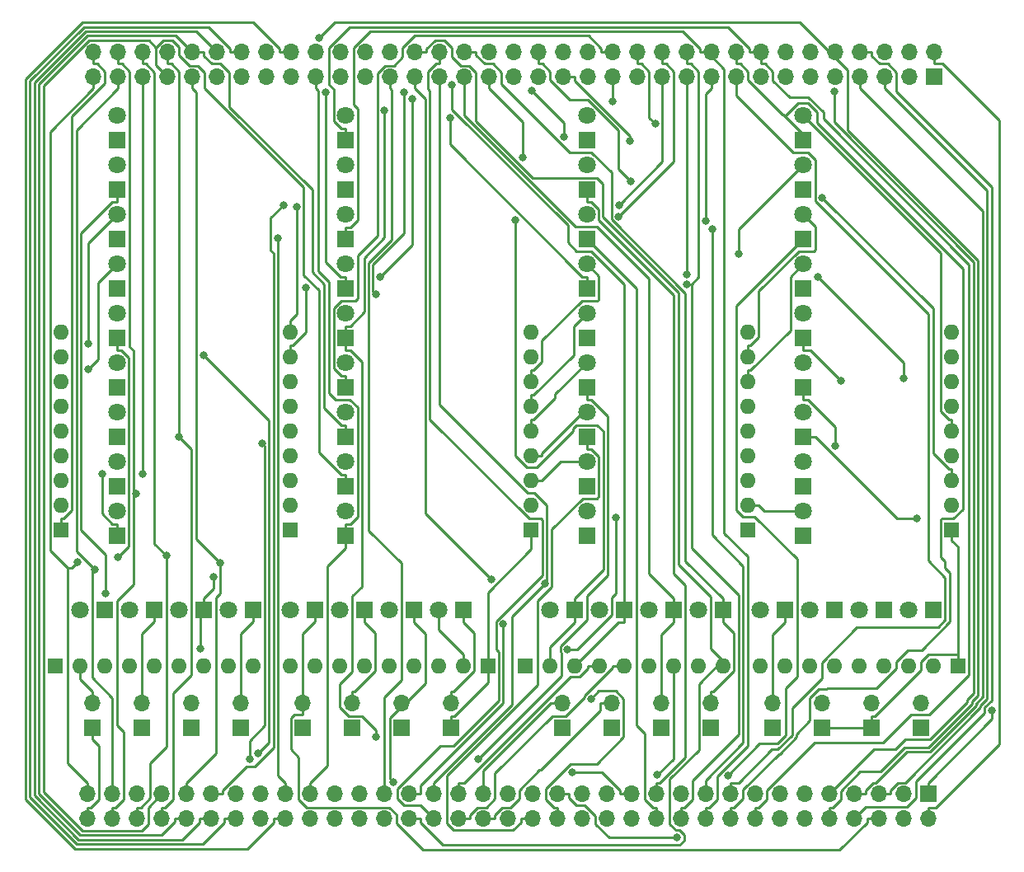
<source format=gbr>
G04 #@! TF.FileFunction,Copper,L2,Bot,Signal*
%FSLAX46Y46*%
G04 Gerber Fmt 4.6, Leading zero omitted, Abs format (unit mm)*
G04 Created by KiCad (PCBNEW (2016-09-07 BZR 7135, Git c8cf783)-product) date Wed Feb  8 14:06:02 2017*
%MOMM*%
%LPD*%
G01*
G04 APERTURE LIST*
%ADD10C,0.100000*%
%ADD11R,1.700000X1.700000*%
%ADD12O,1.700000X1.700000*%
%ADD13R,1.800000X1.800000*%
%ADD14C,1.800000*%
%ADD15R,1.600000X1.600000*%
%ADD16O,1.600000X1.600000*%
%ADD17C,0.800000*%
%ADD18C,0.250000*%
G04 APERTURE END LIST*
D10*
D11*
X155677000Y-154459000D03*
D12*
X155677000Y-156999000D03*
X153137000Y-154459000D03*
X153137000Y-156999000D03*
X150597000Y-154459000D03*
X150597000Y-156999000D03*
X148057000Y-154459000D03*
X148057000Y-156999000D03*
X145517000Y-154459000D03*
X145517000Y-156999000D03*
X142977000Y-154459000D03*
X142977000Y-156999000D03*
X140437000Y-154459000D03*
X140437000Y-156999000D03*
X137897000Y-154459000D03*
X137897000Y-156999000D03*
X135357000Y-154459000D03*
X135357000Y-156999000D03*
X132817000Y-154459000D03*
X132817000Y-156999000D03*
X130277000Y-154459000D03*
X130277000Y-156999000D03*
X127737000Y-154459000D03*
X127737000Y-156999000D03*
X125197000Y-154459000D03*
X125197000Y-156999000D03*
X122657000Y-154459000D03*
X122657000Y-156999000D03*
X120117000Y-154459000D03*
X120117000Y-156999000D03*
X117577000Y-154459000D03*
X117577000Y-156999000D03*
X115037000Y-154459000D03*
X115037000Y-156999000D03*
X112497000Y-154459000D03*
X112497000Y-156999000D03*
X109957000Y-154459000D03*
X109957000Y-156999000D03*
X107417000Y-154459000D03*
X107417000Y-156999000D03*
X104877000Y-154459000D03*
X104877000Y-156999000D03*
X102337000Y-154459000D03*
X102337000Y-156999000D03*
X99797000Y-154459000D03*
X99797000Y-156999000D03*
X97257000Y-154459000D03*
X97257000Y-156999000D03*
X94717000Y-154459000D03*
X94717000Y-156999000D03*
X92177000Y-154459000D03*
X92177000Y-156999000D03*
X89637000Y-154459000D03*
X89637000Y-156999000D03*
X87097000Y-154459000D03*
X87097000Y-156999000D03*
X84557000Y-154459000D03*
X84557000Y-156999000D03*
X82017000Y-154459000D03*
X82017000Y-156999000D03*
X79477000Y-154459000D03*
X79477000Y-156999000D03*
X76937000Y-154459000D03*
X76937000Y-156999000D03*
X74397000Y-154459000D03*
X74397000Y-156999000D03*
X71857000Y-154459000D03*
X71857000Y-156999000D03*
X69317000Y-154459000D03*
X69317000Y-156999000D03*
D13*
X72342900Y-92375400D03*
D14*
X72342900Y-89835400D03*
D13*
X72342900Y-97455400D03*
D14*
X72342900Y-94915400D03*
D13*
X72342900Y-102535000D03*
D14*
X72342900Y-99995000D03*
D13*
X72342900Y-107615000D03*
D14*
X72342900Y-105075000D03*
D13*
X72342900Y-112695000D03*
D14*
X72342900Y-110155000D03*
D13*
X72342900Y-117775000D03*
D14*
X72342900Y-115235000D03*
D13*
X72342900Y-122855000D03*
D14*
X72342900Y-120315000D03*
D13*
X72342900Y-127935000D03*
D14*
X72342900Y-125395000D03*
D13*
X95837900Y-92375400D03*
D14*
X95837900Y-89835400D03*
D13*
X95837900Y-97455400D03*
D14*
X95837900Y-94915400D03*
D13*
X95837900Y-102535000D03*
D14*
X95837900Y-99995000D03*
D13*
X95837900Y-107615000D03*
D14*
X95837900Y-105075000D03*
D13*
X95837900Y-112695000D03*
D14*
X95837900Y-110155000D03*
D13*
X95837900Y-117775000D03*
D14*
X95837900Y-115235000D03*
D13*
X95837900Y-122855000D03*
D14*
X95837900Y-120315000D03*
D13*
X95837900Y-127935000D03*
D14*
X95837900Y-125395000D03*
D13*
X120603000Y-92375400D03*
D14*
X120603000Y-89835400D03*
D13*
X120603000Y-97455400D03*
D14*
X120603000Y-94915400D03*
D13*
X120603000Y-102535000D03*
D14*
X120603000Y-99995000D03*
D13*
X120603000Y-107615000D03*
D14*
X120603000Y-105075000D03*
D13*
X120603000Y-112695000D03*
D14*
X120603000Y-110155000D03*
D13*
X120603000Y-117775000D03*
D14*
X120603000Y-115235000D03*
D13*
X120603000Y-122855000D03*
D14*
X120603000Y-120315000D03*
D13*
X120603000Y-127935000D03*
D14*
X120603000Y-125395000D03*
D13*
X142828000Y-92375400D03*
D14*
X142828000Y-89835400D03*
D13*
X142828000Y-97455400D03*
D14*
X142828000Y-94915400D03*
D13*
X142828000Y-102535000D03*
D14*
X142828000Y-99995000D03*
D13*
X142828000Y-107615000D03*
D14*
X142828000Y-105075000D03*
D13*
X142828000Y-112695000D03*
D14*
X142828000Y-110155000D03*
D13*
X142828000Y-117775000D03*
D14*
X142828000Y-115235000D03*
D13*
X142828000Y-122855000D03*
D14*
X142828000Y-120315000D03*
D13*
X142828000Y-127935000D03*
D14*
X142828000Y-125395000D03*
D13*
X142828000Y-87295400D03*
D14*
X142828000Y-84755400D03*
D13*
X120603000Y-87295400D03*
D14*
X120603000Y-84755400D03*
D13*
X95837900Y-87295400D03*
D14*
X95837900Y-84755400D03*
D13*
X72342900Y-87295400D03*
D14*
X72342900Y-84755400D03*
D13*
X119333000Y-135555000D03*
D14*
X116793000Y-135555000D03*
D13*
X124413000Y-135555000D03*
D14*
X121873000Y-135555000D03*
D13*
X129493000Y-135555000D03*
D14*
X126953000Y-135555000D03*
D13*
X134573000Y-135555000D03*
D14*
X132033000Y-135555000D03*
D13*
X140923000Y-135555000D03*
D14*
X138383000Y-135555000D03*
D13*
X146003000Y-135555000D03*
D14*
X143463000Y-135555000D03*
D13*
X151083000Y-135555000D03*
D14*
X148543000Y-135555000D03*
D13*
X156163000Y-135555000D03*
D14*
X153623000Y-135555000D03*
D13*
X71072900Y-135555000D03*
D14*
X68532900Y-135555000D03*
D13*
X76152900Y-135515000D03*
D14*
X73612900Y-135515000D03*
D13*
X81232900Y-135555000D03*
D14*
X78692900Y-135555000D03*
D13*
X86312900Y-135515000D03*
D14*
X83772900Y-135515000D03*
D13*
X92662900Y-135515000D03*
D14*
X90122900Y-135515000D03*
D13*
X97742900Y-135555000D03*
D14*
X95202900Y-135555000D03*
D13*
X102823000Y-135555000D03*
D14*
X100283000Y-135555000D03*
D13*
X107903000Y-135555000D03*
D14*
X105363000Y-135555000D03*
D11*
X154893000Y-147620000D03*
D12*
X154893000Y-145080000D03*
D11*
X106633000Y-147620000D03*
D12*
X106633000Y-145080000D03*
D11*
X149813000Y-147620000D03*
D12*
X149813000Y-145080000D03*
D11*
X101553000Y-147620000D03*
D12*
X101553000Y-145080000D03*
D11*
X144733000Y-147620000D03*
D12*
X144733000Y-145080000D03*
D11*
X96472900Y-147620000D03*
D12*
X96472900Y-145080000D03*
D11*
X139653000Y-147620000D03*
D12*
X139653000Y-145080000D03*
D11*
X91392900Y-147620000D03*
D12*
X91392900Y-145080000D03*
D11*
X133303000Y-147620000D03*
D12*
X133303000Y-145080000D03*
D11*
X85042900Y-147620000D03*
D12*
X85042900Y-145080000D03*
D11*
X128223000Y-147620000D03*
D12*
X128223000Y-145080000D03*
D11*
X79962900Y-147620000D03*
D12*
X79962900Y-145080000D03*
D11*
X123143000Y-147620000D03*
D12*
X123143000Y-145080000D03*
D11*
X74882900Y-147620000D03*
D12*
X74882900Y-145080000D03*
D11*
X118063000Y-147620000D03*
D12*
X118063000Y-145080000D03*
D11*
X69802900Y-147620000D03*
D12*
X69802900Y-145080000D03*
D15*
X66627900Y-127300000D03*
D16*
X66627900Y-124760000D03*
X66627900Y-122220000D03*
X66627900Y-119680000D03*
X66627900Y-117140000D03*
X66627900Y-114600000D03*
X66627900Y-112060000D03*
X66627900Y-109520000D03*
X66627900Y-106980000D03*
D15*
X90122900Y-127300000D03*
D16*
X90122900Y-124760000D03*
X90122900Y-122220000D03*
X90122900Y-119680000D03*
X90122900Y-117140000D03*
X90122900Y-114600000D03*
X90122900Y-112060000D03*
X90122900Y-109520000D03*
X90122900Y-106980000D03*
D15*
X114888000Y-127300000D03*
D16*
X114888000Y-124760000D03*
X114888000Y-122220000D03*
X114888000Y-119680000D03*
X114888000Y-117140000D03*
X114888000Y-114600000D03*
X114888000Y-112060000D03*
X114888000Y-109520000D03*
X114888000Y-106980000D03*
D15*
X137113000Y-127300000D03*
D16*
X137113000Y-124760000D03*
X137113000Y-122220000D03*
X137113000Y-119680000D03*
X137113000Y-117140000D03*
X137113000Y-114600000D03*
X137113000Y-112060000D03*
X137113000Y-109520000D03*
X137113000Y-106980000D03*
D15*
X158068000Y-127300000D03*
D16*
X158068000Y-124760000D03*
X158068000Y-122220000D03*
X158068000Y-119680000D03*
X158068000Y-117140000D03*
X158068000Y-114600000D03*
X158068000Y-112060000D03*
X158068000Y-109520000D03*
X158068000Y-106980000D03*
D15*
X114253000Y-141270000D03*
D16*
X116793000Y-141270000D03*
X119333000Y-141270000D03*
X121873000Y-141270000D03*
X124413000Y-141270000D03*
X126953000Y-141270000D03*
X129493000Y-141270000D03*
X132033000Y-141270000D03*
X134573000Y-141270000D03*
D15*
X65992900Y-141270000D03*
D16*
X68532900Y-141270000D03*
X71072900Y-141270000D03*
X73612900Y-141270000D03*
X76152900Y-141270000D03*
X78692900Y-141270000D03*
X81232900Y-141270000D03*
X83772900Y-141270000D03*
X86312900Y-141270000D03*
D15*
X158703000Y-141270000D03*
D16*
X156163000Y-141270000D03*
X153623000Y-141270000D03*
X151083000Y-141270000D03*
X148543000Y-141270000D03*
X146003000Y-141270000D03*
X143463000Y-141270000D03*
X140923000Y-141270000D03*
X138383000Y-141270000D03*
D15*
X110443000Y-141270000D03*
D16*
X107903000Y-141270000D03*
X105363000Y-141270000D03*
X102823000Y-141270000D03*
X100283000Y-141270000D03*
X97743000Y-141270000D03*
X95203000Y-141270000D03*
X92663000Y-141270000D03*
X90123000Y-141270000D03*
D11*
X156312000Y-80798600D03*
D12*
X156312000Y-78258600D03*
X153772000Y-80798600D03*
X153772000Y-78258600D03*
X151232000Y-80798600D03*
X151232000Y-78258600D03*
X148692000Y-80798600D03*
X148692000Y-78258600D03*
X146152000Y-80798600D03*
X146152000Y-78258600D03*
X143612000Y-80798600D03*
X143612000Y-78258600D03*
X141072000Y-80798600D03*
X141072000Y-78258600D03*
X138532000Y-80798600D03*
X138532000Y-78258600D03*
X135992000Y-80798600D03*
X135992000Y-78258600D03*
X133452000Y-80798600D03*
X133452000Y-78258600D03*
X130912000Y-80798600D03*
X130912000Y-78258600D03*
X128372000Y-80798600D03*
X128372000Y-78258600D03*
X125832000Y-80798600D03*
X125832000Y-78258600D03*
X123292000Y-80798600D03*
X123292000Y-78258600D03*
X120752000Y-80798600D03*
X120752000Y-78258600D03*
X118212000Y-80798600D03*
X118212000Y-78258600D03*
X115672000Y-80798600D03*
X115672000Y-78258600D03*
X113132000Y-80798600D03*
X113132000Y-78258600D03*
X110592000Y-80798600D03*
X110592000Y-78258600D03*
X108052000Y-80798600D03*
X108052000Y-78258600D03*
X105512000Y-80798600D03*
X105512000Y-78258600D03*
X102972000Y-80798600D03*
X102972000Y-78258600D03*
X100432000Y-80798600D03*
X100432000Y-78258600D03*
X97892000Y-80798600D03*
X97892000Y-78258600D03*
X95352000Y-80798600D03*
X95352000Y-78258600D03*
X92812000Y-80798600D03*
X92812000Y-78258600D03*
X90272000Y-80798600D03*
X90272000Y-78258600D03*
X87732000Y-80798600D03*
X87732000Y-78258600D03*
X85192000Y-80798600D03*
X85192000Y-78258600D03*
X82652000Y-80798600D03*
X82652000Y-78258600D03*
X80112000Y-80798600D03*
X80112000Y-78258600D03*
X77572000Y-80798600D03*
X77572000Y-78258600D03*
X75032000Y-80798600D03*
X75032000Y-78258600D03*
X72492000Y-80798600D03*
X72492000Y-78258600D03*
X69952000Y-80798600D03*
X69952000Y-78258600D03*
D17*
X162211300Y-145837900D03*
X82243800Y-132184400D03*
X80887400Y-139563900D03*
X100773800Y-153239400D03*
X145995500Y-82276200D03*
X93080500Y-76794500D03*
X93810300Y-82333600D03*
X132861100Y-95594800D03*
X133518200Y-96395100D03*
X130912000Y-101076900D03*
X70842000Y-121540400D03*
X130881300Y-102083100D03*
X123908600Y-93973500D03*
X123876600Y-95129900D03*
X71187200Y-133817800D03*
X119136000Y-152214300D03*
X135088000Y-152533400D03*
X127628700Y-85594500D03*
X98971200Y-148585200D03*
X123267800Y-83301200D03*
X99830700Y-84250000D03*
X87247600Y-118410000D03*
X85969900Y-150892800D03*
X72445600Y-130104000D03*
X102645800Y-83078700D03*
X99398100Y-101309600D03*
X81253500Y-109362300D03*
X86893800Y-150237600D03*
X101880000Y-82342700D03*
X98956300Y-103142600D03*
X154508200Y-126167300D03*
X129862200Y-158951800D03*
X125065300Y-87339600D03*
X123581600Y-126041100D03*
X118622100Y-139564800D03*
X121070600Y-144649800D03*
X114950400Y-82176800D03*
X118288300Y-86954300D03*
X109441700Y-150843900D03*
X125084200Y-91486800D03*
X114018300Y-89040900D03*
X113272700Y-95514300D03*
X106782100Y-81586700D03*
X116298400Y-132865000D03*
X127824600Y-152513600D03*
X110796700Y-132376900D03*
X112038800Y-137021200D03*
X88889200Y-97342700D03*
X106565500Y-85032300D03*
X89438000Y-93955100D03*
X82969100Y-130681600D03*
X146109700Y-118727700D03*
X78747300Y-117775000D03*
X75032000Y-121589100D03*
X77422900Y-129956200D03*
X70074400Y-131406900D03*
X146751800Y-112042600D03*
X74349700Y-123612800D03*
X68283100Y-130646900D03*
X69407400Y-108206200D03*
X69401300Y-110825400D03*
X90798200Y-94154200D03*
X91788000Y-102458000D03*
X136194400Y-98943200D03*
X153174000Y-111726500D03*
X144351100Y-101309600D03*
X144796500Y-93225400D03*
D18*
X162211300Y-146749400D02*
X155677000Y-153283700D01*
X162211300Y-145837900D02*
X162211300Y-146749400D01*
X155677000Y-154459000D02*
X155677000Y-153283700D01*
X68532900Y-142634700D02*
X69802900Y-143904700D01*
X68532900Y-141270000D02*
X68532900Y-142634700D01*
X69802900Y-145080000D02*
X69802900Y-143904700D01*
X156312000Y-78258600D02*
X156312000Y-79433900D01*
X155677000Y-156999000D02*
X155677000Y-155823700D01*
X157120000Y-79433900D02*
X156312000Y-79433900D01*
X162936600Y-85250500D02*
X157120000Y-79433900D01*
X162936600Y-149372100D02*
X162936600Y-85250500D01*
X156485000Y-155823700D02*
X162936600Y-149372100D01*
X155677000Y-155823700D02*
X156485000Y-155823700D01*
X74882900Y-138010300D02*
X76152900Y-136740300D01*
X74882900Y-145080000D02*
X74882900Y-138010300D01*
X76152900Y-135515000D02*
X76152900Y-136740300D01*
X82243800Y-133318800D02*
X82243800Y-132184400D01*
X81232900Y-134329700D02*
X82243800Y-133318800D01*
X81232900Y-135555000D02*
X81232900Y-134942300D01*
X81232900Y-134942300D02*
X81232900Y-134329700D01*
X80887400Y-135287800D02*
X80887400Y-139563900D01*
X81232900Y-134942300D02*
X80887400Y-135287800D01*
X151232000Y-80798600D02*
X151232000Y-81973900D01*
X150597000Y-154459000D02*
X151772300Y-154459000D01*
X85042900Y-138010300D02*
X86312900Y-136740300D01*
X85042900Y-145080000D02*
X85042900Y-138010300D01*
X86312900Y-135515000D02*
X86312900Y-136740300D01*
X151772300Y-154091600D02*
X151772300Y-154459000D01*
X152580200Y-153283700D02*
X151772300Y-154091600D01*
X153322000Y-153283700D02*
X152580200Y-153283700D01*
X161035700Y-145570000D02*
X153322000Y-153283700D01*
X161035700Y-145350900D02*
X161035700Y-145570000D01*
X161733100Y-144653500D02*
X161035700Y-145350900D01*
X161733100Y-92475000D02*
X161733100Y-144653500D01*
X151232000Y-81973900D02*
X161733100Y-92475000D01*
X92662900Y-135515000D02*
X92662900Y-136740300D01*
X150597000Y-156999000D02*
X149421700Y-156999000D01*
X91392900Y-138010300D02*
X92662900Y-136740300D01*
X91392900Y-145080000D02*
X91392900Y-138010300D01*
X149421700Y-157366300D02*
X149421700Y-156999000D01*
X146579500Y-160208500D02*
X149421700Y-157366300D01*
X103823100Y-160208500D02*
X146579500Y-160208500D01*
X101067000Y-157452400D02*
X103823100Y-160208500D01*
X101067000Y-156568000D02*
X101067000Y-157452400D01*
X100322600Y-155823600D02*
X101067000Y-156568000D01*
X91808100Y-155823600D02*
X100322600Y-155823600D01*
X91001600Y-155017100D02*
X91808100Y-155823600D01*
X91001600Y-150666200D02*
X91001600Y-155017100D01*
X90217500Y-149882100D02*
X91001600Y-150666200D01*
X90217500Y-146622700D02*
X90217500Y-149882100D01*
X90584900Y-146255300D02*
X90217500Y-146622700D01*
X91392900Y-146255300D02*
X90584900Y-146255300D01*
X91392900Y-145080000D02*
X91392900Y-146255300D01*
X96472900Y-145080000D02*
X96472900Y-143904700D01*
X98896200Y-137933600D02*
X97742900Y-136780300D01*
X98896200Y-141775200D02*
X98896200Y-137933600D01*
X96766700Y-143904700D02*
X98896200Y-141775200D01*
X96472900Y-143904700D02*
X96766700Y-143904700D01*
X97742900Y-135555000D02*
X97742900Y-136780300D01*
X148692000Y-80798600D02*
X148692000Y-81973900D01*
X148057000Y-154459000D02*
X149232300Y-154459000D01*
X149232300Y-154088600D02*
X149232300Y-154459000D01*
X150037200Y-153283700D02*
X149232300Y-154088600D01*
X150305600Y-153283700D02*
X150037200Y-153283700D01*
X153484200Y-150105100D02*
X150305600Y-153283700D01*
X155853800Y-150105100D02*
X153484200Y-150105100D01*
X160585400Y-145373500D02*
X155853800Y-150105100D01*
X160585400Y-145164300D02*
X160585400Y-145373500D01*
X161282700Y-144467000D02*
X160585400Y-145164300D01*
X161282700Y-94564600D02*
X161282700Y-144467000D01*
X148692000Y-81973900D02*
X161282700Y-94564600D01*
X148692000Y-78258600D02*
X149867300Y-78258600D01*
X149242800Y-155813200D02*
X148057000Y-156999000D01*
X153449700Y-155813200D02*
X149242800Y-155813200D01*
X154407000Y-154855900D02*
X153449700Y-155813200D01*
X154407000Y-153189000D02*
X154407000Y-154855900D01*
X161486000Y-146110000D02*
X154407000Y-153189000D01*
X161486000Y-145537500D02*
X161486000Y-146110000D01*
X162183500Y-144840000D02*
X161486000Y-145537500D01*
X162183500Y-92066900D02*
X162183500Y-144840000D01*
X152407400Y-82290800D02*
X162183500Y-92066900D01*
X152407400Y-80309200D02*
X152407400Y-82290800D01*
X151532100Y-79433900D02*
X152407400Y-80309200D01*
X150675200Y-79433900D02*
X151532100Y-79433900D01*
X149867300Y-78626000D02*
X150675200Y-79433900D01*
X149867300Y-78258600D02*
X149867300Y-78626000D01*
X100377600Y-152843200D02*
X100773800Y-153239400D01*
X100377600Y-146624500D02*
X100377600Y-152843200D01*
X101922100Y-145080000D02*
X100377600Y-146624500D01*
X102031800Y-145080000D02*
X101922100Y-145080000D01*
X101553000Y-145080000D02*
X102031800Y-145080000D01*
X104013600Y-137970900D02*
X102823000Y-136780300D01*
X104013600Y-143098200D02*
X104013600Y-137970900D01*
X102031800Y-145080000D02*
X104013600Y-143098200D01*
X102823000Y-135555000D02*
X102823000Y-136780300D01*
X109034400Y-137911700D02*
X107903000Y-136780300D01*
X109034400Y-141797100D02*
X109034400Y-137911700D01*
X106926800Y-143904700D02*
X109034400Y-141797100D01*
X106633000Y-143904700D02*
X106926800Y-143904700D01*
X106633000Y-145080000D02*
X106633000Y-143904700D01*
X107903000Y-135555000D02*
X107903000Y-136780300D01*
X150137100Y-149838900D02*
X145517000Y-154459000D01*
X152284500Y-149838900D02*
X150137100Y-149838900D01*
X153328000Y-148795400D02*
X152284500Y-149838900D01*
X155889600Y-148795400D02*
X153328000Y-148795400D01*
X159684800Y-145000200D02*
X155889600Y-148795400D01*
X159684800Y-144791100D02*
X159684800Y-145000200D01*
X160344300Y-144131600D02*
X159684800Y-144791100D01*
X160344300Y-99806100D02*
X160344300Y-144131600D01*
X145995500Y-85457300D02*
X160344300Y-99806100D01*
X145995500Y-82276200D02*
X145995500Y-85457300D01*
X146152000Y-78258600D02*
X145564400Y-78258600D01*
X145517000Y-156999000D02*
X145517000Y-155823700D01*
X95837900Y-102535000D02*
X95837900Y-101309700D01*
X145884400Y-155823700D02*
X145517000Y-155823700D01*
X146692300Y-155015800D02*
X145884400Y-155823700D01*
X146692300Y-154157300D02*
X146692300Y-155015800D01*
X148701400Y-152148200D02*
X146692300Y-154157300D01*
X150753800Y-152148200D02*
X148701400Y-152148200D01*
X153247300Y-149654700D02*
X150753800Y-152148200D01*
X155667200Y-149654700D02*
X153247300Y-149654700D01*
X160135100Y-145186800D02*
X155667200Y-149654700D01*
X160135100Y-144977700D02*
X160135100Y-145186800D01*
X160794700Y-144318100D02*
X160135100Y-144977700D01*
X160794700Y-99619600D02*
X160794700Y-144318100D01*
X147422000Y-86246900D02*
X160794700Y-99619600D01*
X147422000Y-80116200D02*
X147422000Y-86246900D01*
X145564400Y-78258600D02*
X147422000Y-80116200D01*
X93810300Y-99798500D02*
X93810300Y-82333600D01*
X95321500Y-101309700D02*
X93810300Y-99798500D01*
X95837900Y-101309700D02*
X95321500Y-101309700D01*
X94705300Y-75169700D02*
X93080500Y-76794500D01*
X142475500Y-75169700D02*
X94705300Y-75169700D01*
X145564400Y-78258600D02*
X142475500Y-75169700D01*
X137897000Y-156999000D02*
X137897000Y-155823700D01*
X138532000Y-78846200D02*
X138532000Y-79433900D01*
X138532000Y-78846200D02*
X138532000Y-78258600D01*
X138532000Y-78258600D02*
X137356700Y-78258600D01*
X95837900Y-87295400D02*
X95837900Y-86070100D01*
X95378300Y-86070100D02*
X95837900Y-86070100D01*
X94612600Y-85304400D02*
X95378300Y-86070100D01*
X94612600Y-82055900D02*
X94612600Y-85304400D01*
X94139400Y-81582700D02*
X94612600Y-82055900D01*
X94139400Y-77791000D02*
X94139400Y-81582700D01*
X96288800Y-75641600D02*
X94139400Y-77791000D01*
X135107000Y-75641600D02*
X96288800Y-75641600D01*
X137356700Y-77891300D02*
X135107000Y-75641600D01*
X137356700Y-78258600D02*
X137356700Y-77891300D01*
X138899400Y-79433900D02*
X138532000Y-79433900D01*
X139707300Y-80241800D02*
X138899400Y-79433900D01*
X139707300Y-81153500D02*
X139707300Y-80241800D01*
X141437800Y-82884000D02*
X139707300Y-81153500D01*
X143364600Y-82884000D02*
X141437800Y-82884000D01*
X144912900Y-84432300D02*
X143364600Y-82884000D01*
X144912900Y-85069300D02*
X144912900Y-84432300D01*
X159871400Y-100027800D02*
X144912900Y-85069300D01*
X159871400Y-142191600D02*
X159871400Y-100027800D01*
X155753000Y-146310000D02*
X159871400Y-142191600D01*
X153906800Y-146310000D02*
X155753000Y-146310000D01*
X151053500Y-149163300D02*
X153906800Y-146310000D01*
X144022800Y-149163300D02*
X151053500Y-149163300D01*
X139072300Y-154113800D02*
X144022800Y-149163300D01*
X139072300Y-155015800D02*
X139072300Y-154113800D01*
X138264400Y-155823700D02*
X139072300Y-155015800D01*
X137897000Y-155823700D02*
X138264400Y-155823700D01*
X135357000Y-154459000D02*
X135357000Y-153283700D01*
X136175800Y-153283700D02*
X135357000Y-153283700D01*
X139584800Y-149874700D02*
X136175800Y-153283700D01*
X140221700Y-149874700D02*
X139584800Y-149874700D01*
X141688400Y-148408000D02*
X140221700Y-149874700D01*
X141688400Y-145648800D02*
X141688400Y-148408000D01*
X144733000Y-142604200D02*
X141688400Y-145648800D01*
X144733000Y-140945200D02*
X144733000Y-142604200D01*
X148362800Y-137315400D02*
X144733000Y-140945200D01*
X156677300Y-137315400D02*
X148362800Y-137315400D01*
X157405000Y-136587700D02*
X156677300Y-137315400D01*
X157405000Y-132221300D02*
X157405000Y-136587700D01*
X155683900Y-130500200D02*
X157405000Y-132221300D01*
X155683900Y-105138500D02*
X155683900Y-130500200D01*
X144071200Y-93525800D02*
X155683900Y-105138500D01*
X144071200Y-89297200D02*
X144071200Y-93525800D01*
X143319000Y-88545000D02*
X144071200Y-89297200D01*
X141809600Y-88545000D02*
X143319000Y-88545000D01*
X135992000Y-82727400D02*
X141809600Y-88545000D01*
X135992000Y-80798600D02*
X135992000Y-82727400D01*
X142828000Y-87295400D02*
X142828000Y-86682700D01*
X135992000Y-78258600D02*
X135992000Y-79433900D01*
X140787500Y-84642200D02*
X140963100Y-84817700D01*
X140692000Y-84642200D02*
X140787500Y-84642200D01*
X137167300Y-81117500D02*
X140692000Y-84642200D01*
X137167300Y-80241800D02*
X137167300Y-81117500D01*
X136359400Y-79433900D02*
X137167300Y-80241800D01*
X135992000Y-79433900D02*
X136359400Y-79433900D01*
X140963100Y-84817700D02*
X142828000Y-86682700D01*
X135357000Y-156999000D02*
X135357000Y-155823700D01*
X142285500Y-83495300D02*
X140963100Y-84817700D01*
X143339000Y-83495300D02*
X142285500Y-83495300D01*
X144229700Y-84386000D02*
X143339000Y-83495300D01*
X144229700Y-85520200D02*
X144229700Y-84386000D01*
X159203800Y-100494300D02*
X144229700Y-85520200D01*
X159203800Y-125233300D02*
X159203800Y-100494300D01*
X158262500Y-126174600D02*
X159203800Y-125233300D01*
X157065600Y-126174600D02*
X158262500Y-126174600D01*
X156942600Y-126297600D02*
X157065600Y-126174600D01*
X156942600Y-130105700D02*
X156942600Y-126297600D01*
X157392900Y-130556000D02*
X156942600Y-130105700D01*
X157392900Y-131192800D02*
X157392900Y-130556000D01*
X157909700Y-131709600D02*
X157392900Y-131192800D01*
X157909700Y-136763700D02*
X157909700Y-131709600D01*
X154979100Y-139694300D02*
X157909700Y-136763700D01*
X153535100Y-139694300D02*
X154979100Y-139694300D01*
X152353000Y-140876400D02*
X153535100Y-139694300D01*
X152353000Y-141596300D02*
X152353000Y-140876400D01*
X150389000Y-143560300D02*
X152353000Y-141596300D01*
X145358700Y-143560300D02*
X150389000Y-143560300D01*
X145226000Y-143693000D02*
X145358700Y-143560300D01*
X144424400Y-143693000D02*
X145226000Y-143693000D01*
X143538000Y-144579400D02*
X144424400Y-143693000D01*
X143538000Y-146907500D02*
X143538000Y-144579400D01*
X142138800Y-148306700D02*
X143538000Y-146907500D01*
X142138800Y-148594500D02*
X142138800Y-148306700D01*
X140408300Y-150325000D02*
X142138800Y-148594500D01*
X140336400Y-150325000D02*
X140408300Y-150325000D01*
X136627000Y-154034400D02*
X140336400Y-150325000D01*
X136627000Y-154921000D02*
X136627000Y-154034400D01*
X135724300Y-155823700D02*
X136627000Y-154921000D01*
X135357000Y-155823700D02*
X135724300Y-155823700D01*
X133452000Y-80798600D02*
X133452000Y-81973900D01*
X132861100Y-82564800D02*
X132861100Y-95594800D01*
X133452000Y-81973900D02*
X132861100Y-82564800D01*
X133518200Y-127876200D02*
X133518200Y-96395100D01*
X136664700Y-131022700D02*
X133518200Y-127876200D01*
X136664700Y-149211100D02*
X136664700Y-131022700D01*
X132817000Y-153058800D02*
X136664700Y-149211100D01*
X132817000Y-154459000D02*
X132817000Y-153058800D01*
X96297500Y-96230100D02*
X95837900Y-96230100D01*
X97063200Y-95464400D02*
X96297500Y-96230100D01*
X97063200Y-84072800D02*
X97063200Y-95464400D01*
X96669200Y-83678800D02*
X97063200Y-84072800D01*
X96669200Y-77816300D02*
X96669200Y-83678800D01*
X98384100Y-76101400D02*
X96669200Y-77816300D01*
X130486800Y-76101400D02*
X98384100Y-76101400D01*
X132276700Y-77891300D02*
X130486800Y-76101400D01*
X132276700Y-78258600D02*
X132276700Y-77891300D01*
X95837900Y-97455400D02*
X95837900Y-96230100D01*
X133452000Y-78258600D02*
X132977000Y-78258600D01*
X132977000Y-78258600D02*
X132276700Y-78258600D01*
X132817000Y-156999000D02*
X132817000Y-155823700D01*
X133184400Y-155823700D02*
X132817000Y-155823700D01*
X133992300Y-155015800D02*
X133184400Y-155823700D01*
X133992300Y-152603400D02*
X133992300Y-155015800D01*
X137115100Y-149480600D02*
X133992300Y-152603400D01*
X137115100Y-130035400D02*
X137115100Y-149480600D01*
X134716300Y-127636600D02*
X137115100Y-130035400D01*
X134716300Y-79997900D02*
X134716300Y-127636600D01*
X132977000Y-78258600D02*
X134716300Y-79997900D01*
X72342900Y-127935000D02*
X72342900Y-126709700D01*
X130912000Y-80798600D02*
X130912000Y-81973900D01*
X70842000Y-125668300D02*
X70842000Y-121540400D01*
X71883400Y-126709700D02*
X70842000Y-125668300D01*
X72342900Y-126709700D02*
X71883400Y-126709700D01*
X130912000Y-81973900D02*
X130912000Y-101076900D01*
X130912000Y-78258600D02*
X130912000Y-79433900D01*
X130277000Y-156999000D02*
X130277000Y-155823700D01*
X131372600Y-102083100D02*
X130881300Y-102083100D01*
X131372600Y-129152000D02*
X131372600Y-102083100D01*
X136214300Y-133993700D02*
X131372600Y-129152000D01*
X136214300Y-148337700D02*
X136214300Y-133993700D01*
X131452300Y-153099700D02*
X136214300Y-148337700D01*
X131452300Y-155015800D02*
X131452300Y-153099700D01*
X130644400Y-155823700D02*
X131452300Y-155015800D01*
X130277000Y-155823700D02*
X130644400Y-155823700D01*
X131279300Y-79433900D02*
X130912000Y-79433900D01*
X132087400Y-80242000D02*
X131279300Y-79433900D01*
X132087400Y-101368300D02*
X132087400Y-80242000D01*
X131372600Y-102083100D02*
X132087400Y-101368300D01*
X120603000Y-92375400D02*
X120603000Y-93600700D01*
X127737000Y-154459000D02*
X127737000Y-153283700D01*
X128372000Y-80798600D02*
X128372000Y-81973900D01*
X128372000Y-89510100D02*
X128372000Y-81973900D01*
X123908600Y-93973500D02*
X128372000Y-89510100D01*
X128104300Y-153283700D02*
X127737000Y-153283700D01*
X130718400Y-150669600D02*
X128104300Y-153283700D01*
X130718400Y-133012200D02*
X130718400Y-150669600D01*
X129510900Y-131804700D02*
X130718400Y-133012200D01*
X129510900Y-103194500D02*
X129510900Y-131804700D01*
X121828300Y-95511900D02*
X129510900Y-103194500D01*
X121828300Y-94366400D02*
X121828300Y-95511900D01*
X121062600Y-93600700D02*
X121828300Y-94366400D01*
X120603000Y-93600700D02*
X121062600Y-93600700D01*
X127369600Y-155823700D02*
X127737000Y-155823700D01*
X126561700Y-155015800D02*
X127369600Y-155823700D01*
X126561700Y-148252900D02*
X126561700Y-155015800D01*
X125682900Y-147374100D02*
X126561700Y-148252900D01*
X125682900Y-102535300D02*
X125682900Y-147374100D01*
X120603000Y-97455400D02*
X125682900Y-102535300D01*
X127737000Y-156999000D02*
X127737000Y-155823700D01*
X129563900Y-89442600D02*
X123876600Y-95129900D01*
X129563900Y-80258500D02*
X129563900Y-89442600D01*
X128739300Y-79433900D02*
X129563900Y-80258500D01*
X128372000Y-79433900D02*
X128739300Y-79433900D01*
X128372000Y-78258600D02*
X128372000Y-79433900D01*
X125197000Y-154459000D02*
X124021700Y-154459000D01*
X72342900Y-92375400D02*
X72342900Y-93600700D01*
X71187200Y-129871400D02*
X71187200Y-133817800D01*
X68675900Y-127360100D02*
X71187200Y-129871400D01*
X68675900Y-96808200D02*
X68675900Y-127360100D01*
X71883400Y-93600700D02*
X68675900Y-96808200D01*
X72342900Y-93600700D02*
X71883400Y-93600700D01*
X122144300Y-152214300D02*
X119136000Y-152214300D01*
X124021700Y-154091700D02*
X122144300Y-152214300D01*
X124021700Y-154459000D02*
X124021700Y-154091700D01*
X138356300Y-149265100D02*
X135088000Y-152533400D01*
X140194400Y-149265100D02*
X138356300Y-149265100D01*
X141013100Y-148446400D02*
X140194400Y-149265100D01*
X141013100Y-143575300D02*
X141013100Y-148446400D01*
X142193000Y-142395400D02*
X141013100Y-143575300D01*
X142193000Y-130307100D02*
X142193000Y-142395400D01*
X137821400Y-125935500D02*
X142193000Y-130307100D01*
X136633000Y-125935500D02*
X137821400Y-125935500D01*
X135986600Y-125289100D02*
X136633000Y-125935500D01*
X135986600Y-104296800D02*
X135986600Y-125289100D01*
X142828000Y-97455400D02*
X135986600Y-104296800D01*
X127007300Y-84973100D02*
X127628700Y-85594500D01*
X127007300Y-80241800D02*
X127007300Y-84973100D01*
X126199400Y-79433900D02*
X127007300Y-80241800D01*
X125832000Y-79433900D02*
X126199400Y-79433900D01*
X125832000Y-78258600D02*
X125832000Y-79433900D01*
X95837900Y-107615000D02*
X95837900Y-108840300D01*
X98971200Y-147869700D02*
X98971200Y-148585200D01*
X97546100Y-146444600D02*
X98971200Y-147869700D01*
X96169700Y-146444600D02*
X97546100Y-146444600D01*
X95247200Y-145522100D02*
X96169700Y-146444600D01*
X95247200Y-143153000D02*
X95247200Y-145522100D01*
X96517500Y-141882700D02*
X95247200Y-143153000D01*
X96517500Y-134137500D02*
X96517500Y-141882700D01*
X97518700Y-133136300D02*
X96517500Y-134137500D01*
X97518700Y-110061600D02*
X97518700Y-133136300D01*
X96297400Y-108840300D02*
X97518700Y-110061600D01*
X95837900Y-108840300D02*
X96297400Y-108840300D01*
X123267800Y-81998100D02*
X123267800Y-83301200D01*
X123292000Y-81973900D02*
X123267800Y-81998100D01*
X123292000Y-80798600D02*
X123292000Y-81973900D01*
X95837900Y-107615000D02*
X95837900Y-106389700D01*
X96297400Y-106389700D02*
X95837900Y-106389700D01*
X97753000Y-104934100D02*
X96297400Y-106389700D01*
X97753000Y-99363500D02*
X97753000Y-104934100D01*
X99830700Y-97285800D02*
X97753000Y-99363500D01*
X99830700Y-84250000D02*
X99830700Y-97285800D01*
X87538300Y-118700700D02*
X87247600Y-118410000D01*
X87538300Y-147425500D02*
X87538300Y-118700700D01*
X85969900Y-148993900D02*
X87538300Y-147425500D01*
X85969900Y-150892800D02*
X85969900Y-148993900D01*
X123292000Y-78258600D02*
X122116700Y-78258600D01*
X95837900Y-112695000D02*
X95837900Y-111469700D01*
X95378300Y-111469700D02*
X95837900Y-111469700D01*
X94612600Y-110704000D02*
X95378300Y-111469700D01*
X94612600Y-104563600D02*
X94612600Y-110704000D01*
X95415800Y-103760400D02*
X94612600Y-104563600D01*
X96872600Y-103760400D02*
X95415800Y-103760400D01*
X97063200Y-103569800D02*
X96872600Y-103760400D01*
X97063200Y-99129700D02*
X97063200Y-103569800D01*
X99105400Y-97087500D02*
X97063200Y-99129700D01*
X99105400Y-80424200D02*
X99105400Y-97087500D01*
X99906400Y-79623200D02*
X99105400Y-80424200D01*
X100802700Y-79623200D02*
X99906400Y-79623200D01*
X101702000Y-78723900D02*
X100802700Y-79623200D01*
X101702000Y-77815100D02*
X101702000Y-78723900D01*
X102952500Y-76564600D02*
X101702000Y-77815100D01*
X120790000Y-76564600D02*
X102952500Y-76564600D01*
X122116700Y-77891300D02*
X120790000Y-76564600D01*
X122116700Y-78258600D02*
X122116700Y-77891300D01*
X72342900Y-107615000D02*
X72342900Y-108840300D01*
X73568300Y-128981300D02*
X72445600Y-130104000D01*
X73568300Y-109595500D02*
X73568300Y-128981300D01*
X72813100Y-108840300D02*
X73568300Y-109595500D01*
X72342900Y-108840300D02*
X72813100Y-108840300D01*
X102645800Y-98061900D02*
X102645800Y-83078700D01*
X99398100Y-101309600D02*
X102645800Y-98061900D01*
X87988600Y-149142800D02*
X86893800Y-150237600D01*
X87988600Y-116097400D02*
X87988600Y-149142800D01*
X81253500Y-109362300D02*
X87988600Y-116097400D01*
X101880000Y-96828600D02*
X101880000Y-82342700D01*
X98653700Y-100054900D02*
X101880000Y-96828600D01*
X98653700Y-102840000D02*
X98653700Y-100054900D01*
X98956300Y-103142600D02*
X98653700Y-102840000D01*
X152445600Y-126167300D02*
X154508200Y-126167300D01*
X144053300Y-117775000D02*
X152445600Y-126167300D01*
X117577000Y-154459000D02*
X118752300Y-154459000D01*
X142828000Y-117775000D02*
X144053300Y-117775000D01*
X118212000Y-80798600D02*
X119387300Y-80798600D01*
X125065300Y-86841900D02*
X125065300Y-87339600D01*
X119387300Y-81163900D02*
X125065300Y-86841900D01*
X119387300Y-80798600D02*
X119387300Y-81163900D01*
X122915700Y-158951800D02*
X129862200Y-158951800D01*
X121481600Y-157517700D02*
X122915700Y-158951800D01*
X121481600Y-156699400D02*
X121481600Y-157517700D01*
X120416500Y-155634300D02*
X121481600Y-156699400D01*
X119560200Y-155634300D02*
X120416500Y-155634300D01*
X118752300Y-154826400D02*
X119560200Y-155634300D01*
X118752300Y-154459000D02*
X118752300Y-154826400D01*
X119662000Y-139564800D02*
X118622100Y-139564800D01*
X123143000Y-136083800D02*
X119662000Y-139564800D01*
X123143000Y-134280600D02*
X123143000Y-136083800D01*
X123581600Y-133842000D02*
X123143000Y-134280600D01*
X123581600Y-126041100D02*
X123581600Y-133842000D01*
X117209600Y-155823700D02*
X117577000Y-155823700D01*
X116401700Y-155015800D02*
X117209600Y-155823700D01*
X116401700Y-153898100D02*
X116401700Y-155015800D01*
X118965100Y-151334700D02*
X116401700Y-153898100D01*
X121615300Y-151334700D02*
X118965100Y-151334700D01*
X124384300Y-148565700D02*
X121615300Y-151334700D01*
X124384300Y-144648400D02*
X124384300Y-148565700D01*
X123617000Y-143881100D02*
X124384300Y-144648400D01*
X121839300Y-143881100D02*
X123617000Y-143881100D01*
X121070600Y-144649800D02*
X121839300Y-143881100D01*
X117577000Y-156999000D02*
X117577000Y-155823700D01*
X118288300Y-85514700D02*
X114950400Y-82176800D01*
X118288300Y-86954300D02*
X118288300Y-85514700D01*
X120603000Y-112695000D02*
X120603000Y-113920300D01*
X117974500Y-142311100D02*
X109441700Y-150843900D01*
X117974500Y-139942900D02*
X117974500Y-142311100D01*
X117896800Y-139865200D02*
X117974500Y-139942900D01*
X117896800Y-139264400D02*
X117896800Y-139865200D01*
X120642900Y-136518300D02*
X117896800Y-139264400D01*
X120642900Y-134129100D02*
X120642900Y-136518300D01*
X122750200Y-132021800D02*
X120642900Y-134129100D01*
X122750200Y-115608000D02*
X122750200Y-132021800D01*
X121062500Y-113920300D02*
X122750200Y-115608000D01*
X120603000Y-113920300D02*
X121062500Y-113920300D01*
X115672000Y-78258600D02*
X115672000Y-79433900D01*
X113861700Y-157366400D02*
X113861700Y-156999000D01*
X113053800Y-158174300D02*
X113861700Y-157366400D01*
X106913500Y-158174300D02*
X113053800Y-158174300D01*
X106228300Y-157489100D02*
X106913500Y-158174300D01*
X106228300Y-152569300D02*
X106228300Y-157489100D01*
X115567600Y-143230000D02*
X106228300Y-152569300D01*
X115567600Y-134640000D02*
X115567600Y-143230000D01*
X117024700Y-133182900D02*
X115567600Y-134640000D01*
X117024700Y-127236600D02*
X117024700Y-133182900D01*
X120180900Y-124080400D02*
X117024700Y-127236600D01*
X121637700Y-124080400D02*
X120180900Y-124080400D01*
X121828400Y-123889700D02*
X121637700Y-124080400D01*
X121828400Y-119766200D02*
X121828400Y-123889700D01*
X121062500Y-119000300D02*
X121828400Y-119766200D01*
X120603000Y-119000300D02*
X121062500Y-119000300D01*
X120603000Y-117775000D02*
X120603000Y-119000300D01*
X115037000Y-156999000D02*
X113861700Y-156999000D01*
X123822000Y-90224600D02*
X125084200Y-91486800D01*
X123822000Y-86235600D02*
X123822000Y-90224600D01*
X120706700Y-83120300D02*
X123822000Y-86235600D01*
X118823900Y-83120300D02*
X120706700Y-83120300D01*
X116847300Y-81143700D02*
X118823900Y-83120300D01*
X116847300Y-80241800D02*
X116847300Y-81143700D01*
X116039400Y-79433900D02*
X116847300Y-80241800D01*
X115672000Y-79433900D02*
X116039400Y-79433900D01*
X119333000Y-135555000D02*
X119333000Y-136780300D01*
X116793000Y-139320300D02*
X116793000Y-141270000D01*
X119333000Y-136780300D02*
X116793000Y-139320300D01*
X118063000Y-145080000D02*
X116887700Y-145080000D01*
X109957000Y-154459000D02*
X109957000Y-153283700D01*
X119333000Y-135555000D02*
X119333000Y-134329700D01*
X110592000Y-80798600D02*
X110592000Y-81973900D01*
X109957000Y-152010700D02*
X116887700Y-145080000D01*
X109957000Y-153283700D02*
X109957000Y-152010700D01*
X114018300Y-85400200D02*
X114018300Y-89040900D01*
X110592000Y-81973900D02*
X114018300Y-85400200D01*
X122299800Y-131362900D02*
X119333000Y-134329700D01*
X122299800Y-117211600D02*
X122299800Y-131362900D01*
X121637800Y-116549600D02*
X122299800Y-117211600D01*
X119551200Y-116549600D02*
X121637800Y-116549600D01*
X119188300Y-116912500D02*
X119551200Y-116549600D01*
X119188300Y-117141900D02*
X119188300Y-116912500D01*
X115476600Y-120853600D02*
X119188300Y-117141900D01*
X114430900Y-120853600D02*
X115476600Y-120853600D01*
X113272700Y-119695400D02*
X114430900Y-120853600D01*
X113272700Y-95514300D02*
X113272700Y-119695400D01*
X123822700Y-136780300D02*
X124413000Y-136780300D01*
X119333000Y-141270000D02*
X123822700Y-136780300D01*
X124413000Y-135555000D02*
X124413000Y-136780300D01*
X106782100Y-84140900D02*
X106782100Y-81586700D01*
X118649600Y-96008400D02*
X106782100Y-84140900D01*
X118649600Y-97807400D02*
X118649600Y-96008400D01*
X119523000Y-98680800D02*
X118649600Y-97807400D01*
X121033400Y-98680800D02*
X119523000Y-98680800D01*
X124413000Y-102060400D02*
X121033400Y-98680800D01*
X124413000Y-135555000D02*
X124413000Y-102060400D01*
X111132300Y-156631600D02*
X111132300Y-156999000D01*
X111940200Y-155823700D02*
X111132300Y-156631600D01*
X112797100Y-155823700D02*
X111940200Y-155823700D01*
X113672400Y-154948400D02*
X112797100Y-155823700D01*
X113672400Y-154090500D02*
X113672400Y-154948400D01*
X115760200Y-152002700D02*
X113672400Y-154090500D01*
X115875200Y-152002700D02*
X115760200Y-152002700D01*
X121967700Y-145910200D02*
X115875200Y-152002700D01*
X121967700Y-145080000D02*
X121967700Y-145910200D01*
X123143000Y-145080000D02*
X121967700Y-145080000D01*
X109957000Y-156999000D02*
X111132300Y-156999000D01*
X129493000Y-135555000D02*
X129493000Y-134329700D01*
X128223000Y-138050300D02*
X129493000Y-136780300D01*
X128223000Y-145080000D02*
X128223000Y-138050300D01*
X129493000Y-135555000D02*
X129493000Y-136780300D01*
X108052000Y-84773900D02*
X108052000Y-80798600D01*
X119480000Y-96201900D02*
X108052000Y-84773900D01*
X121660800Y-96201900D02*
X119480000Y-96201900D01*
X126949200Y-101490300D02*
X121660800Y-96201900D01*
X126949200Y-131785900D02*
X126949200Y-101490300D01*
X129493000Y-134329700D02*
X126949200Y-131785900D01*
X108047100Y-153283700D02*
X107417000Y-153283700D01*
X118935500Y-142395300D02*
X108047100Y-153283700D01*
X119903800Y-142395300D02*
X118935500Y-142395300D01*
X120747700Y-141551400D02*
X119903800Y-142395300D01*
X120747700Y-141270000D02*
X120747700Y-141551400D01*
X121873000Y-141270000D02*
X120747700Y-141270000D01*
X107417000Y-154459000D02*
X107417000Y-153283700D01*
X135714700Y-137922000D02*
X134573000Y-136780300D01*
X135714700Y-141786800D02*
X135714700Y-137922000D01*
X133596800Y-143904700D02*
X135714700Y-141786800D01*
X133303000Y-143904700D02*
X133596800Y-143904700D01*
X133303000Y-145080000D02*
X133303000Y-143904700D01*
X134573000Y-136167600D02*
X134573000Y-136780300D01*
X134573000Y-136167600D02*
X134573000Y-135555000D01*
X134573000Y-135555000D02*
X134573000Y-134329700D01*
X124413000Y-141270000D02*
X123287700Y-141270000D01*
X107417000Y-156999000D02*
X108592300Y-156999000D01*
X108052000Y-78258600D02*
X109227300Y-78258600D01*
X108592300Y-156631600D02*
X108592300Y-156999000D01*
X109400200Y-155823700D02*
X108592300Y-156631600D01*
X110276500Y-155823700D02*
X109400200Y-155823700D01*
X111193600Y-154906600D02*
X110276500Y-155823700D01*
X111193600Y-152325900D02*
X111193600Y-154906600D01*
X117074900Y-146444600D02*
X111193600Y-152325900D01*
X118394400Y-146444600D02*
X117074900Y-146444600D01*
X120345300Y-144493700D02*
X118394400Y-146444600D01*
X120345300Y-144349400D02*
X120345300Y-144493700D01*
X120770200Y-143924500D02*
X120345300Y-144349400D01*
X120842300Y-143924500D02*
X120770200Y-143924500D01*
X123287700Y-141479100D02*
X120842300Y-143924500D01*
X123287700Y-141270000D02*
X123287700Y-141479100D01*
X130751500Y-130508200D02*
X134573000Y-134329700D01*
X130751500Y-103030500D02*
X130751500Y-130508200D01*
X123151300Y-95430300D02*
X130751500Y-103030500D01*
X123151300Y-90599000D02*
X123151300Y-95430300D01*
X121073100Y-88520800D02*
X123151300Y-90599000D01*
X118829000Y-88520800D02*
X121073100Y-88520800D01*
X111854800Y-81546600D02*
X118829000Y-88520800D01*
X111854800Y-80331300D02*
X111854800Y-81546600D01*
X110957400Y-79433900D02*
X111854800Y-80331300D01*
X110105100Y-79433900D02*
X110957400Y-79433900D01*
X109227300Y-78556100D02*
X110105100Y-79433900D01*
X109227300Y-78258600D02*
X109227300Y-78556100D01*
X105512000Y-80798600D02*
X105512000Y-81973900D01*
X139653000Y-138050300D02*
X139653000Y-145080000D01*
X140923000Y-136780300D02*
X139653000Y-138050300D01*
X140923000Y-135555000D02*
X140923000Y-136780300D01*
X116483000Y-132680400D02*
X116298400Y-132865000D01*
X116483000Y-124758400D02*
X116483000Y-132680400D01*
X115214600Y-123490000D02*
X116483000Y-124758400D01*
X114531700Y-123490000D02*
X115214600Y-123490000D01*
X105512000Y-114470300D02*
X114531700Y-123490000D01*
X105512000Y-81973900D02*
X105512000Y-114470300D01*
X104877000Y-154459000D02*
X104877000Y-153283700D01*
X112902600Y-145258100D02*
X104877000Y-153283700D01*
X112902600Y-136260800D02*
X112902600Y-145258100D01*
X116298400Y-132865000D02*
X112902600Y-136260800D01*
X129493000Y-141270000D02*
X129493000Y-142395300D01*
X105512000Y-78258600D02*
X105512000Y-79433900D01*
X129493000Y-150845200D02*
X127824600Y-152513600D01*
X129493000Y-142395300D02*
X129493000Y-150845200D01*
X105144700Y-79433900D02*
X105512000Y-79433900D01*
X104303900Y-80274700D02*
X105144700Y-79433900D01*
X104303900Y-82031900D02*
X104303900Y-80274700D01*
X104489200Y-82217200D02*
X104303900Y-82031900D01*
X104489200Y-115987700D02*
X104489200Y-82217200D01*
X114676100Y-126174600D02*
X104489200Y-115987700D01*
X115855900Y-126174600D02*
X114676100Y-126174600D01*
X116032600Y-126351300D02*
X115855900Y-126174600D01*
X116032600Y-131951500D02*
X116032600Y-126351300D01*
X111292600Y-136691500D02*
X116032600Y-131951500D01*
X111292600Y-139584700D02*
X111292600Y-136691500D01*
X111568300Y-139860400D02*
X111292600Y-139584700D01*
X111568300Y-144860400D02*
X111568300Y-139860400D01*
X106913000Y-149515700D02*
X111568300Y-144860400D01*
X105562000Y-149515700D02*
X106913000Y-149515700D01*
X101161600Y-153916100D02*
X105562000Y-149515700D01*
X101161600Y-154948400D02*
X101161600Y-153916100D01*
X101847600Y-155634400D02*
X101161600Y-154948400D01*
X103512400Y-155634400D02*
X101847600Y-155634400D01*
X104877000Y-156999000D02*
X103512400Y-155634400D01*
X102972000Y-80798600D02*
X102972000Y-81973900D01*
X104038900Y-83040800D02*
X102972000Y-81973900D01*
X104038900Y-125619100D02*
X104038900Y-83040800D01*
X110796700Y-132376900D02*
X104038900Y-125619100D01*
X112038800Y-145091400D02*
X112038800Y-137021200D01*
X103512300Y-153617900D02*
X112038800Y-145091400D01*
X103512300Y-154459000D02*
X103512300Y-153617900D01*
X102337000Y-154459000D02*
X103512300Y-154459000D01*
X102337000Y-156999000D02*
X103512300Y-156999000D01*
X134573000Y-140726100D02*
X134563600Y-140716700D01*
X134573000Y-141270000D02*
X134573000Y-140726100D01*
X103512300Y-157366300D02*
X103512300Y-156999000D01*
X105837900Y-159691900D02*
X103512300Y-157366300D01*
X130148300Y-159691900D02*
X105837900Y-159691900D01*
X130612700Y-159227500D02*
X130148300Y-159691900D01*
X130612700Y-158670400D02*
X130612700Y-159227500D01*
X130116700Y-158174400D02*
X130612700Y-158670400D01*
X129757900Y-158174400D02*
X130116700Y-158174400D01*
X129100900Y-157517400D02*
X129757900Y-158174400D01*
X129100900Y-152924000D02*
X129100900Y-157517400D01*
X132127600Y-149897300D02*
X129100900Y-152924000D01*
X132127600Y-143152700D02*
X132127600Y-149897300D01*
X134563600Y-140716700D02*
X132127600Y-143152700D01*
X102972000Y-78258600D02*
X104147300Y-78258600D01*
X133347600Y-139500700D02*
X134563600Y-140716700D01*
X133347600Y-134213600D02*
X133347600Y-139500700D01*
X130015800Y-130881800D02*
X133347600Y-134213600D01*
X130015800Y-102931700D02*
X130015800Y-130881800D01*
X122278700Y-95194600D02*
X130015800Y-102931700D01*
X122278700Y-91778200D02*
X122278700Y-95194600D01*
X121650600Y-91150100D02*
X122278700Y-91778200D01*
X115065100Y-91150100D02*
X121650600Y-91150100D01*
X109227400Y-85312400D02*
X115065100Y-91150100D01*
X109227400Y-80309200D02*
X109227400Y-85312400D01*
X108541400Y-79623200D02*
X109227400Y-80309200D01*
X107681300Y-79623200D02*
X108541400Y-79623200D01*
X106782000Y-78723900D02*
X107681300Y-79623200D01*
X106782000Y-77799900D02*
X106782000Y-78723900D01*
X105997100Y-77015000D02*
X106782000Y-77799900D01*
X105023600Y-77015000D02*
X105997100Y-77015000D01*
X104147300Y-77891300D02*
X105023600Y-77015000D01*
X104147300Y-78258600D02*
X104147300Y-77891300D01*
X100432000Y-80798600D02*
X100432000Y-81973900D01*
X100556000Y-82097900D02*
X100432000Y-81973900D01*
X100556000Y-97515700D02*
X100556000Y-82097900D01*
X98203400Y-99868300D02*
X100556000Y-97515700D01*
X98203400Y-127404000D02*
X98203400Y-99868300D01*
X101553000Y-130753600D02*
X98203400Y-127404000D01*
X101553000Y-142724900D02*
X101553000Y-130753600D01*
X99797000Y-144480900D02*
X101553000Y-142724900D01*
X99797000Y-154459000D02*
X99797000Y-144480900D01*
X93932700Y-151528000D02*
X92177000Y-153283700D01*
X93932700Y-131065500D02*
X93932700Y-151528000D01*
X95837900Y-129160300D02*
X93932700Y-131065500D01*
X95837900Y-127935000D02*
X95837900Y-129160300D01*
X92177000Y-154459000D02*
X92177000Y-153283700D01*
X96297500Y-126709700D02*
X95837900Y-126709700D01*
X97063200Y-125944000D02*
X96297500Y-126709700D01*
X97063200Y-114708000D02*
X97063200Y-125944000D01*
X96275600Y-113920400D02*
X97063200Y-114708000D01*
X94771800Y-113920400D02*
X96275600Y-113920400D01*
X94117000Y-113265600D02*
X94771800Y-113920400D01*
X94117000Y-101838000D02*
X94117000Y-113265600D01*
X93030500Y-100751500D02*
X94117000Y-101838000D01*
X93030500Y-82192400D02*
X93030500Y-100751500D01*
X92812000Y-81973900D02*
X93030500Y-82192400D01*
X92812000Y-80798600D02*
X92812000Y-81973900D01*
X95837900Y-127935000D02*
X95837900Y-126709700D01*
X89637000Y-154459000D02*
X89637000Y-153283700D01*
X88889200Y-152535900D02*
X88889200Y-97342700D01*
X89637000Y-153283700D02*
X88889200Y-152535900D01*
X88461700Y-157366300D02*
X88461700Y-156999000D01*
X85753200Y-160074800D02*
X88461700Y-157366300D01*
X68025900Y-160074800D02*
X85753200Y-160074800D01*
X62984200Y-155033100D02*
X68025900Y-160074800D01*
X62984200Y-80991300D02*
X62984200Y-155033100D01*
X68820300Y-75155200D02*
X62984200Y-80991300D01*
X86360600Y-75155200D02*
X68820300Y-75155200D01*
X89096700Y-77891300D02*
X86360600Y-75155200D01*
X89096700Y-78258600D02*
X89096700Y-77891300D01*
X90272000Y-78258600D02*
X89096700Y-78258600D01*
X89637000Y-156999000D02*
X88461700Y-156999000D01*
X85192000Y-78258600D02*
X84016700Y-78258600D01*
X84557000Y-156999000D02*
X83381700Y-156999000D01*
X120603000Y-102535000D02*
X120603000Y-101309700D01*
X84016700Y-77891300D02*
X84016700Y-78258600D01*
X81778800Y-75653400D02*
X84016700Y-77891300D01*
X68959000Y-75653400D02*
X81778800Y-75653400D01*
X63434600Y-81177800D02*
X68959000Y-75653400D01*
X63434600Y-154793200D02*
X63434600Y-81177800D01*
X68231000Y-159589600D02*
X63434600Y-154793200D01*
X81158400Y-159589600D02*
X68231000Y-159589600D01*
X83381700Y-157366300D02*
X81158400Y-159589600D01*
X83381700Y-156999000D02*
X83381700Y-157366300D01*
X106565500Y-87731800D02*
X106565500Y-85032300D01*
X120143400Y-101309700D02*
X106565500Y-87731800D01*
X120603000Y-101309700D02*
X120143400Y-101309700D01*
X82017000Y-154459000D02*
X83192300Y-154459000D01*
X83192300Y-154091600D02*
X83192300Y-154459000D01*
X85665800Y-151618100D02*
X83192300Y-154091600D01*
X86539100Y-151618100D02*
X85665800Y-151618100D01*
X88438900Y-149718300D02*
X86539100Y-151618100D01*
X88438900Y-98898800D02*
X88438900Y-149718300D01*
X88130600Y-98590500D02*
X88438900Y-98898800D01*
X88130600Y-95262500D02*
X88130600Y-98590500D01*
X89438000Y-93955100D02*
X88130600Y-95262500D01*
X82017000Y-156999000D02*
X80841700Y-156999000D01*
X80497200Y-76103800D02*
X82652000Y-78258600D01*
X69145600Y-76103800D02*
X80497200Y-76103800D01*
X63901200Y-81348200D02*
X69145600Y-76103800D01*
X63901200Y-154622900D02*
X63901200Y-81348200D01*
X68417500Y-159139200D02*
X63901200Y-154622900D01*
X79068800Y-159139200D02*
X68417500Y-159139200D01*
X80841700Y-157366300D02*
X79068800Y-159139200D01*
X80841700Y-156999000D02*
X80841700Y-157366300D01*
X80112000Y-80798600D02*
X80112000Y-81973900D01*
X79477000Y-154459000D02*
X79477000Y-153283700D01*
X143287500Y-113920300D02*
X142828000Y-113920300D01*
X146109700Y-116742500D02*
X143287500Y-113920300D01*
X146109700Y-118727700D02*
X146109700Y-116742500D01*
X142828000Y-112695000D02*
X142828000Y-113920300D01*
X80528200Y-128240700D02*
X82969100Y-130681600D01*
X80528200Y-82390100D02*
X80528200Y-128240700D01*
X80112000Y-81973900D02*
X80528200Y-82390100D01*
X82502900Y-150257800D02*
X79477000Y-153283700D01*
X82502900Y-134290000D02*
X82502900Y-150257800D01*
X82969100Y-133823800D02*
X82502900Y-134290000D01*
X82969100Y-130681600D02*
X82969100Y-133823800D01*
X79477000Y-156999000D02*
X78301700Y-156999000D01*
X95837900Y-117775000D02*
X95837900Y-116549700D01*
X80112000Y-78258600D02*
X81287300Y-78258600D01*
X78418300Y-76564900D02*
X80112000Y-78258600D01*
X69321400Y-76564900D02*
X78418300Y-76564900D01*
X64351600Y-81534700D02*
X69321400Y-76564900D01*
X64351600Y-154403100D02*
X64351600Y-81534700D01*
X68596300Y-158647800D02*
X64351600Y-154403100D01*
X76950500Y-158647800D02*
X68596300Y-158647800D01*
X78301700Y-157296600D02*
X76950500Y-158647800D01*
X78301700Y-156999000D02*
X78301700Y-157296600D01*
X95378400Y-116549700D02*
X95837900Y-116549700D01*
X93622000Y-114793300D02*
X95378400Y-116549700D01*
X93622000Y-102059400D02*
X93622000Y-114793300D01*
X92421200Y-100858600D02*
X93622000Y-102059400D01*
X92421200Y-92357100D02*
X92421200Y-100858600D01*
X83922000Y-83857900D02*
X92421200Y-92357100D01*
X83922000Y-80367600D02*
X83922000Y-83857900D01*
X82988300Y-79433900D02*
X83922000Y-80367600D01*
X82095200Y-79433900D02*
X82988300Y-79433900D01*
X81287300Y-78626000D02*
X82095200Y-79433900D01*
X81287300Y-78258600D02*
X81287300Y-78626000D01*
X95837900Y-122855000D02*
X95837900Y-121629700D01*
X76391900Y-79618500D02*
X76391900Y-77758200D01*
X77572000Y-80798600D02*
X76391900Y-79618500D01*
X75696300Y-77062600D02*
X76391900Y-77758200D01*
X69469600Y-77062600D02*
X75696300Y-77062600D01*
X64813700Y-81718500D02*
X69469600Y-77062600D01*
X64813700Y-154228300D02*
X64813700Y-81718500D01*
X68782800Y-158197400D02*
X64813700Y-154228300D01*
X74910100Y-158197400D02*
X68782800Y-158197400D01*
X75572400Y-157535100D02*
X74910100Y-158197400D01*
X75572400Y-155823600D02*
X75572400Y-157535100D01*
X76937000Y-154459000D02*
X75572400Y-155823600D01*
X95388300Y-121629700D02*
X95837900Y-121629700D01*
X93121000Y-119362400D02*
X95388300Y-121629700D01*
X93121000Y-102726900D02*
X93121000Y-119362400D01*
X91538700Y-101144600D02*
X93121000Y-102726900D01*
X91538700Y-92111500D02*
X91538700Y-101144600D01*
X81382000Y-81954800D02*
X91538700Y-92111500D01*
X81382000Y-80367600D02*
X81382000Y-81954800D01*
X80637600Y-79623200D02*
X81382000Y-80367600D01*
X79812400Y-79623200D02*
X80637600Y-79623200D01*
X78747300Y-78558100D02*
X79812400Y-79623200D01*
X78747300Y-77693300D02*
X78747300Y-78558100D01*
X78074800Y-77020800D02*
X78747300Y-77693300D01*
X77129300Y-77020800D02*
X78074800Y-77020800D01*
X76391900Y-77758200D02*
X77129300Y-77020800D01*
X77572000Y-78258600D02*
X77572000Y-79433900D01*
X76937000Y-156999000D02*
X76937000Y-155823700D01*
X77304400Y-155823700D02*
X76937000Y-155823700D01*
X78112300Y-155015800D02*
X77304400Y-155823700D01*
X78112300Y-144103400D02*
X78112300Y-155015800D01*
X79962900Y-142252800D02*
X78112300Y-144103400D01*
X79962900Y-118990600D02*
X79962900Y-142252800D01*
X78747300Y-117775000D02*
X79962900Y-118990600D01*
X77939400Y-79433900D02*
X77572000Y-79433900D01*
X78747300Y-80241800D02*
X77939400Y-79433900D01*
X78747300Y-117775000D02*
X78747300Y-80241800D01*
X75032000Y-80798600D02*
X75032000Y-121589100D01*
X75032000Y-78258600D02*
X75032000Y-79433900D01*
X74397000Y-156999000D02*
X74397000Y-155823700D01*
X77422900Y-149637200D02*
X77422900Y-129956200D01*
X75761600Y-151298500D02*
X77422900Y-149637200D01*
X75761600Y-154851300D02*
X75761600Y-151298500D01*
X74789200Y-155823700D02*
X75761600Y-154851300D01*
X74397000Y-155823700D02*
X74789200Y-155823700D01*
X76207400Y-128740700D02*
X77422900Y-129956200D01*
X76207400Y-80306400D02*
X76207400Y-128740700D01*
X75334900Y-79433900D02*
X76207400Y-80306400D01*
X75032000Y-79433900D02*
X75334900Y-79433900D01*
X72492000Y-80798600D02*
X72492000Y-81973900D01*
X143549500Y-108840300D02*
X142828000Y-108840300D01*
X146751800Y-112042600D02*
X143549500Y-108840300D01*
X142828000Y-107615000D02*
X142828000Y-108840300D01*
X71857000Y-144581400D02*
X71857000Y-154459000D01*
X69802900Y-142527300D02*
X71857000Y-144581400D01*
X69802900Y-131678400D02*
X69802900Y-142527300D01*
X70074400Y-131406900D02*
X69802900Y-131678400D01*
X68213500Y-86252400D02*
X72492000Y-81973900D01*
X68213500Y-129546000D02*
X68213500Y-86252400D01*
X70074400Y-131406900D02*
X68213500Y-129546000D01*
X72492000Y-78258600D02*
X72492000Y-79433900D01*
X71857000Y-156999000D02*
X71857000Y-155823700D01*
X74063400Y-132930600D02*
X74063400Y-123612800D01*
X72360800Y-134633200D02*
X74063400Y-132930600D01*
X72360800Y-147392000D02*
X72360800Y-134633200D01*
X73072100Y-148103300D02*
X72360800Y-147392000D01*
X73072100Y-154973900D02*
X73072100Y-148103300D01*
X72222300Y-155823700D02*
X73072100Y-154973900D01*
X71857000Y-155823700D02*
X72222300Y-155823700D01*
X72859300Y-79433900D02*
X72492000Y-79433900D01*
X73669400Y-80244000D02*
X72859300Y-79433900D01*
X73669400Y-108517800D02*
X73669400Y-80244000D01*
X74063400Y-108911800D02*
X73669400Y-108517800D01*
X74063400Y-123612800D02*
X74063400Y-108911800D01*
X74063400Y-123612800D02*
X74349700Y-123612800D01*
X69952000Y-80798600D02*
X69952000Y-81973900D01*
X69317000Y-154459000D02*
X69317000Y-153283700D01*
X67303200Y-151269900D02*
X67303200Y-131248600D01*
X69317000Y-153283700D02*
X67303200Y-151269900D01*
X65502500Y-86423400D02*
X69952000Y-81973900D01*
X65502500Y-129447900D02*
X65502500Y-86423400D01*
X67303200Y-131248600D02*
X65502500Y-129447900D01*
X67681400Y-131248600D02*
X68283100Y-130646900D01*
X67303200Y-131248600D02*
X67681400Y-131248600D01*
X106633000Y-147620000D02*
X106633000Y-146444700D01*
X69802900Y-147620000D02*
X69802900Y-148795300D01*
X69317000Y-156999000D02*
X69317000Y-155823700D01*
X110443000Y-141270000D02*
X110443000Y-142395300D01*
X144733000Y-147620000D02*
X145908300Y-147620000D01*
X69682300Y-155823700D02*
X69317000Y-155823700D01*
X70532100Y-154973900D02*
X69682300Y-155823700D01*
X70532100Y-149524500D02*
X70532100Y-154973900D01*
X69802900Y-148795300D02*
X70532100Y-149524500D01*
X145908300Y-147620000D02*
X148637700Y-147620000D01*
X114888000Y-127300000D02*
X114888000Y-128425300D01*
X110443000Y-141270000D02*
X110443000Y-140144700D01*
X107000300Y-146444700D02*
X106633000Y-146444700D01*
X110443000Y-143002000D02*
X107000300Y-146444700D01*
X110443000Y-142395300D02*
X110443000Y-143002000D01*
X158703000Y-141270000D02*
X158703000Y-140144700D01*
X158068000Y-127300000D02*
X158068000Y-128425300D01*
X149225400Y-147620000D02*
X148637700Y-147620000D01*
X149225400Y-147620000D02*
X149813000Y-147620000D01*
X155660900Y-140144700D02*
X158703000Y-140144700D01*
X154904000Y-140901600D02*
X155660900Y-140144700D01*
X154904000Y-141721000D02*
X154904000Y-140901600D01*
X150180300Y-146444700D02*
X154904000Y-141721000D01*
X149813000Y-146444700D02*
X150180300Y-146444700D01*
X149813000Y-147620000D02*
X149813000Y-146444700D01*
X158703000Y-129060300D02*
X158068000Y-128425300D01*
X158703000Y-140144700D02*
X158703000Y-129060300D01*
X66909300Y-126174700D02*
X66627900Y-126174700D01*
X67753200Y-125330800D02*
X66909300Y-126174700D01*
X67753200Y-84809600D02*
X67753200Y-125330800D01*
X71146000Y-81416800D02*
X67753200Y-84809600D01*
X71146000Y-80260600D02*
X71146000Y-81416800D01*
X70319300Y-79433900D02*
X71146000Y-80260600D01*
X69952000Y-79433900D02*
X70319300Y-79433900D01*
X69952000Y-78258600D02*
X69952000Y-79433900D01*
X66627900Y-127300000D02*
X66627900Y-126174700D01*
X114888000Y-129311400D02*
X114888000Y-128425300D01*
X110443000Y-133756400D02*
X114888000Y-129311400D01*
X110443000Y-140144700D02*
X110443000Y-133756400D01*
X69407400Y-97850900D02*
X72342900Y-94915400D01*
X69407400Y-108206200D02*
X69407400Y-97850900D01*
X70411300Y-101926600D02*
X72342900Y-99995000D01*
X70411300Y-109815400D02*
X70411300Y-101926600D01*
X69401300Y-110825400D02*
X70411300Y-109815400D01*
X90122900Y-106980000D02*
X90122900Y-105854700D01*
X90798200Y-105179400D02*
X90798200Y-94154200D01*
X90122900Y-105854700D02*
X90798200Y-105179400D01*
X90122900Y-109520000D02*
X90122900Y-108394700D01*
X91788000Y-107010900D02*
X91788000Y-102458000D01*
X90404200Y-108394700D02*
X91788000Y-107010900D01*
X90122900Y-108394700D02*
X90404200Y-108394700D01*
X121828400Y-101220400D02*
X120603000Y-99995000D01*
X121828400Y-103653100D02*
X121828400Y-101220400D01*
X121721100Y-103760400D02*
X121828400Y-103653100D01*
X120112000Y-103760400D02*
X121721100Y-103760400D01*
X116013300Y-107859100D02*
X120112000Y-103760400D01*
X116013300Y-110090800D02*
X116013300Y-107859100D01*
X115169400Y-110934700D02*
X116013300Y-110090800D01*
X114888000Y-110934700D02*
X115169400Y-110934700D01*
X114888000Y-112060000D02*
X114888000Y-110934700D01*
X119288400Y-106389600D02*
X120603000Y-105075000D01*
X119288400Y-109355600D02*
X119288400Y-106389600D01*
X115169300Y-113474700D02*
X119288400Y-109355600D01*
X114888000Y-113474700D02*
X115169300Y-113474700D01*
X114888000Y-114600000D02*
X114888000Y-113474700D01*
X114888000Y-117140000D02*
X114888000Y-116014700D01*
X117355700Y-113402300D02*
X120603000Y-110155000D01*
X117355700Y-113766300D02*
X117355700Y-113402300D01*
X115107300Y-116014700D02*
X117355700Y-113766300D01*
X114888000Y-116014700D02*
X115107300Y-116014700D01*
X114888000Y-119680000D02*
X116013300Y-119680000D01*
X116013300Y-119441200D02*
X116013300Y-119680000D01*
X120219500Y-115235000D02*
X116013300Y-119441200D01*
X120603000Y-115235000D02*
X120219500Y-115235000D01*
X117918300Y-120315000D02*
X120603000Y-120315000D01*
X116013300Y-122220000D02*
X117918300Y-120315000D01*
X114888000Y-122220000D02*
X116013300Y-122220000D01*
X136194400Y-96469000D02*
X136194400Y-98943200D01*
X142828000Y-89835400D02*
X136194400Y-96469000D01*
X144053400Y-96140800D02*
X142828000Y-94915400D01*
X144053400Y-98575000D02*
X144053400Y-96140800D01*
X143947600Y-98680800D02*
X144053400Y-98575000D01*
X142360700Y-98680800D02*
X143947600Y-98680800D01*
X138238300Y-102803200D02*
X142360700Y-98680800D01*
X138238300Y-107550800D02*
X138238300Y-102803200D01*
X137394400Y-108394700D02*
X138238300Y-107550800D01*
X137113000Y-108394700D02*
X137394400Y-108394700D01*
X137113000Y-109520000D02*
X137113000Y-108394700D01*
X141513400Y-101309600D02*
X142828000Y-99995000D01*
X141513400Y-106815600D02*
X141513400Y-101309600D01*
X137394300Y-110934700D02*
X141513400Y-106815600D01*
X137113000Y-110934700D02*
X137394300Y-110934700D01*
X137113000Y-112060000D02*
X137113000Y-110934700D01*
X137113000Y-124760000D02*
X138238300Y-124760000D01*
X138873300Y-125395000D02*
X142828000Y-125395000D01*
X138238300Y-124760000D02*
X138873300Y-125395000D01*
X156942700Y-98870100D02*
X142828000Y-84755400D01*
X156942700Y-115170800D02*
X156942700Y-98870100D01*
X157786600Y-116014700D02*
X156942700Y-115170800D01*
X158068000Y-116014700D02*
X157786600Y-116014700D01*
X158068000Y-117140000D02*
X158068000Y-116014700D01*
X153174000Y-110132500D02*
X144351100Y-101309600D01*
X153174000Y-111726500D02*
X153174000Y-110132500D01*
X158068000Y-122220000D02*
X158068000Y-121094700D01*
X157786600Y-121094700D02*
X158068000Y-121094700D01*
X156162800Y-119470900D02*
X157786600Y-121094700D01*
X156162800Y-104591700D02*
X156162800Y-119470900D01*
X144796500Y-93225400D02*
X156162800Y-104591700D01*
X105363000Y-137604700D02*
X105363000Y-135555000D01*
X107903000Y-140144700D02*
X105363000Y-137604700D01*
X107903000Y-141270000D02*
X107903000Y-140144700D01*
M02*

</source>
